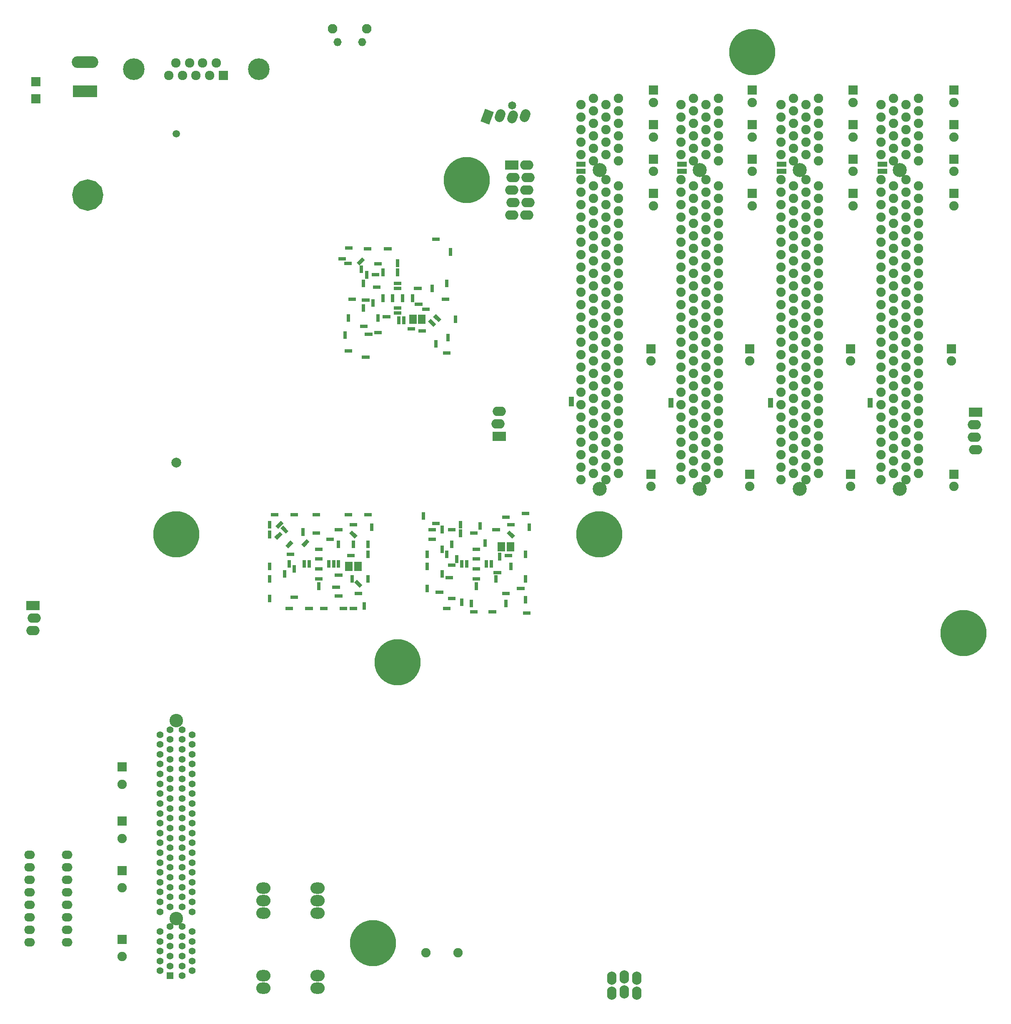
<source format=gbs>
G04 #@! TF.FileFunction,Soldermask,Bot*
%FSLAX46Y46*%
G04 Gerber Fmt 4.6, Leading zero omitted, Abs format (unit mm)*
G04 Created by KiCad (PCBNEW (2016-09-03 BZR 7112, Git 24f6c4b)-product) date Mon Sep  5 18:10:30 2016*
%MOMM*%
%LPD*%
G01*
G04 APERTURE LIST*
%ADD10C,0.100000*%
%ADD11R,1.900000X1.900000*%
%ADD12C,2.000000*%
%ADD13C,1.500000*%
%ADD14R,2.686000X1.924000*%
%ADD15O,2.686000X1.924000*%
%ADD16O,1.924000X2.686000*%
%ADD17C,1.924000*%
%ADD18C,1.650000*%
%ADD19O,2.178000X1.700000*%
%ADD20C,2.750000*%
%ADD21C,1.400000*%
%ADD22R,1.400000X1.400000*%
%ADD23R,4.900000X2.400000*%
%ADD24O,5.400000X2.400000*%
%ADD25O,1.950000X1.950000*%
%ADD26O,1.650000X1.650000*%
%ADD27C,2.851100*%
%ADD28C,1.901140*%
%ADD29C,1.900000*%
%ADD30R,1.000000X1.050000*%
%ADD31R,1.050000X1.000000*%
%ADD32C,9.400000*%
%ADD33O,2.900000X2.300000*%
%ADD34C,4.400000*%
%ADD35R,1.924000X1.924000*%
%ADD36C,1.924000*%
%ADD37R,0.800000X0.850000*%
%ADD38R,0.850000X0.800000*%
%ADD39R,1.550000X1.850000*%
%ADD40C,0.254000*%
G04 APERTURE END LIST*
D10*
D11*
X4500000Y-15500060D03*
X4500000Y-11999940D03*
D12*
X33000000Y-89400000D03*
D13*
X33000000Y-22600000D03*
D14*
X98627000Y-84040000D03*
D15*
X98373000Y-81500000D03*
X98627000Y-78960000D03*
D16*
X121460000Y-197151000D03*
X124000000Y-196897000D03*
X126540000Y-197151000D03*
X121460000Y-194103000D03*
X124000000Y-193849000D03*
X126540000Y-194103000D03*
D14*
X195377000Y-79190000D03*
D15*
X195123000Y-81730000D03*
X195123000Y-84270000D03*
X195377000Y-86810000D03*
D14*
X3873000Y-118460000D03*
D15*
X4127000Y-121000000D03*
X3873000Y-123540000D03*
D10*
G36*
X94826683Y-20059984D02*
X95745349Y-17535969D01*
X97553317Y-18194016D01*
X96634651Y-20718031D01*
X94826683Y-20059984D01*
X94826683Y-20059984D01*
G37*
D17*
X98860310Y-18514977D02*
X98599690Y-19231023D01*
X101400310Y-18768977D02*
X101139690Y-19485023D01*
X103940310Y-18514977D02*
X103679690Y-19231023D01*
D18*
X101270000Y-16840000D03*
D14*
X101222000Y-28920000D03*
D15*
X101476000Y-31460000D03*
X101222000Y-34000000D03*
X101476000Y-36540000D03*
X101222000Y-39080000D03*
X104270000Y-28920000D03*
X104524000Y-31460000D03*
X104270000Y-34000000D03*
X104524000Y-36540000D03*
X104270000Y-39080000D03*
D19*
X3190000Y-169110000D03*
X3190000Y-171650000D03*
X3190000Y-174190000D03*
X3190000Y-176730000D03*
X3190000Y-179270000D03*
X3190000Y-181810000D03*
X3190000Y-184350000D03*
X3190000Y-186890000D03*
X10810000Y-186890000D03*
X10810000Y-184350000D03*
X10810000Y-181810000D03*
X10810000Y-179270000D03*
X10810000Y-176730000D03*
X10810000Y-174190000D03*
X10810000Y-171650000D03*
X10810000Y-169110000D03*
D20*
X33000000Y-182000000D03*
D21*
X34250000Y-193650000D03*
X36250000Y-192650000D03*
X34250000Y-191650000D03*
X36250000Y-190650000D03*
X34250000Y-189650000D03*
X36250000Y-188650000D03*
X34250000Y-187650000D03*
X36250000Y-186650000D03*
X34250000Y-185650000D03*
X36250000Y-184650000D03*
X34250000Y-183650000D03*
D22*
X31750000Y-193650000D03*
D21*
X29750000Y-192650000D03*
X31750000Y-191650000D03*
X29750000Y-190650000D03*
X31750000Y-189650000D03*
X29750000Y-188650000D03*
X31750000Y-187650000D03*
X29750000Y-186650000D03*
X31750000Y-185650000D03*
X29750000Y-184650000D03*
X31750000Y-183650000D03*
X36250000Y-180650000D03*
X34250000Y-179650000D03*
X36250000Y-178650000D03*
X34250000Y-177650000D03*
X36250000Y-176650000D03*
X34250000Y-175650000D03*
X36250000Y-174650000D03*
X34250000Y-173650000D03*
X36250000Y-172650000D03*
X34250000Y-171650000D03*
X36250000Y-170650000D03*
X34250000Y-169650000D03*
X36250000Y-168650000D03*
X34250000Y-167650000D03*
X36250000Y-166650000D03*
X34250000Y-165650000D03*
X36250000Y-164650000D03*
X34250000Y-163650000D03*
X36250000Y-162650000D03*
X34250000Y-161650000D03*
X36250000Y-160650000D03*
X34250000Y-159650000D03*
X36250000Y-158650000D03*
X34250000Y-157650000D03*
X36250000Y-156650000D03*
X34250000Y-155650000D03*
X36250000Y-154650000D03*
X34250000Y-153650000D03*
X36250000Y-152650000D03*
X34250000Y-151650000D03*
X36250000Y-150650000D03*
X34250000Y-149650000D03*
X36250000Y-148650000D03*
X34250000Y-147650000D03*
X36250000Y-146650000D03*
X34250000Y-145650000D03*
X36250000Y-144650000D03*
X34250000Y-143650000D03*
X29750000Y-180650000D03*
X31750000Y-179650000D03*
X29750000Y-178650000D03*
X31750000Y-177650000D03*
X29750000Y-176650000D03*
X31750000Y-175650000D03*
X29750000Y-174650000D03*
X31750000Y-173650000D03*
X29750000Y-172650000D03*
X31750000Y-171650000D03*
X29750000Y-170650000D03*
X31750000Y-169650000D03*
X29750000Y-168650000D03*
X31750000Y-167650000D03*
X29750000Y-166650000D03*
X31750000Y-165650000D03*
X29750000Y-164650000D03*
X31750000Y-163650000D03*
X29750000Y-162650000D03*
X31750000Y-161650000D03*
X29750000Y-160650000D03*
X31750000Y-159650000D03*
X29750000Y-158650000D03*
X31750000Y-157650000D03*
X29750000Y-156650000D03*
X31750000Y-155650000D03*
X29750000Y-154650000D03*
X31750000Y-153650000D03*
X29750000Y-152650000D03*
X31750000Y-151650000D03*
X29750000Y-150650000D03*
X31750000Y-149650000D03*
X29750000Y-148650000D03*
X31750000Y-147650000D03*
X29750000Y-146650000D03*
X31750000Y-145650000D03*
X29750000Y-144650000D03*
X31750000Y-143650000D03*
D20*
X33000000Y-141850000D03*
D23*
X14500000Y-14000000D03*
D24*
X14500000Y-8000000D03*
D25*
X71750000Y-1300000D03*
X64750000Y-1300000D03*
D26*
X70750000Y-4000000D03*
X65750000Y-4000000D03*
D27*
X180000000Y-30000000D03*
D28*
X176190000Y-92865000D03*
X181270000Y-92865000D03*
D27*
X180000000Y-94770000D03*
D28*
X178730000Y-91595000D03*
X183810000Y-91595000D03*
X176190000Y-90325000D03*
X176190000Y-87785000D03*
X176190000Y-85245000D03*
X176190000Y-82705000D03*
X176190000Y-80165000D03*
X176190000Y-77625000D03*
X176190000Y-75085000D03*
X176190000Y-72545000D03*
X176190000Y-70005000D03*
X176190000Y-67465000D03*
X176190000Y-64925000D03*
X176190000Y-62385000D03*
X176190000Y-59845000D03*
X176190000Y-57305000D03*
X176190000Y-54765000D03*
X178730000Y-89055000D03*
X178730000Y-86515000D03*
X178730000Y-83975000D03*
X178730000Y-81435000D03*
X178730000Y-78895000D03*
X178730000Y-76355000D03*
X178730000Y-73815000D03*
X178730000Y-71275000D03*
X178730000Y-68735000D03*
X178730000Y-66195000D03*
X178730000Y-63655000D03*
X178730000Y-61115000D03*
X178730000Y-58575000D03*
X178730000Y-56035000D03*
X178730000Y-53495000D03*
X176190000Y-52225000D03*
X178730000Y-50955000D03*
X176190000Y-49685000D03*
X178730000Y-48415000D03*
X176190000Y-47145000D03*
X178730000Y-45875000D03*
X176190000Y-44605000D03*
X178730000Y-43335000D03*
X176190000Y-42065000D03*
X178730000Y-40795000D03*
X176190000Y-39525000D03*
X178730000Y-38255000D03*
X176190000Y-36985000D03*
X178730000Y-35715000D03*
X176190000Y-34445000D03*
X178730000Y-33175000D03*
X176190000Y-31905000D03*
X178730000Y-28095000D03*
X176190000Y-26825000D03*
X178730000Y-25555000D03*
X176190000Y-24285000D03*
X178730000Y-23015000D03*
X176190000Y-21745000D03*
X178730000Y-20475000D03*
X176190000Y-19205000D03*
X178730000Y-17935000D03*
X176190000Y-16665000D03*
X178730000Y-15395000D03*
X181270000Y-90325000D03*
X183810000Y-89055000D03*
X181270000Y-87785000D03*
X183810000Y-86515000D03*
X181270000Y-85245000D03*
X183810000Y-83975000D03*
X181270000Y-82705000D03*
X183810000Y-81435000D03*
X181270000Y-80165000D03*
X183810000Y-78895000D03*
X181270000Y-77625000D03*
X183810000Y-76355000D03*
X181270000Y-75085000D03*
X183810000Y-73815000D03*
X181270000Y-72545000D03*
X183810000Y-71275000D03*
X181270000Y-70005000D03*
X183810000Y-68735000D03*
X181270000Y-67465000D03*
X183810000Y-66195000D03*
X181270000Y-64925000D03*
X183810000Y-63655000D03*
X181270000Y-62385000D03*
X183810000Y-61115000D03*
X181270000Y-59845000D03*
X183810000Y-58575000D03*
X181270000Y-57305000D03*
X183810000Y-56035000D03*
X181270000Y-54765000D03*
X183810000Y-53495000D03*
X181270000Y-52225000D03*
X183810000Y-50955000D03*
X181270000Y-49685000D03*
X183810000Y-48415000D03*
X181270000Y-47145000D03*
X183810000Y-45875000D03*
X181270000Y-44605000D03*
X183810000Y-43335000D03*
X181270000Y-42065000D03*
X183810000Y-40795000D03*
X181270000Y-39525000D03*
X183810000Y-38255000D03*
X181270000Y-36985000D03*
X183810000Y-35715000D03*
X181270000Y-34445000D03*
X183810000Y-33175000D03*
X181270000Y-31905000D03*
X183810000Y-28095000D03*
X181270000Y-26825000D03*
X183810000Y-25555000D03*
X181270000Y-24285000D03*
X183810000Y-23015000D03*
X181270000Y-21745000D03*
X183810000Y-20475000D03*
X181270000Y-19205000D03*
X183810000Y-17935000D03*
X181270000Y-16665000D03*
X183810000Y-15395000D03*
D27*
X159680000Y-30000000D03*
D28*
X155870000Y-92865000D03*
X160950000Y-92865000D03*
D27*
X159680000Y-94770000D03*
D28*
X158410000Y-91595000D03*
X163490000Y-91595000D03*
X155870000Y-90325000D03*
X155870000Y-87785000D03*
X155870000Y-85245000D03*
X155870000Y-82705000D03*
X155870000Y-80165000D03*
X155870000Y-77625000D03*
X155870000Y-75085000D03*
X155870000Y-72545000D03*
X155870000Y-70005000D03*
X155870000Y-67465000D03*
X155870000Y-64925000D03*
X155870000Y-62385000D03*
X155870000Y-59845000D03*
X155870000Y-57305000D03*
X155870000Y-54765000D03*
X158410000Y-89055000D03*
X158410000Y-86515000D03*
X158410000Y-83975000D03*
X158410000Y-81435000D03*
X158410000Y-78895000D03*
X158410000Y-76355000D03*
X158410000Y-73815000D03*
X158410000Y-71275000D03*
X158410000Y-68735000D03*
X158410000Y-66195000D03*
X158410000Y-63655000D03*
X158410000Y-61115000D03*
X158410000Y-58575000D03*
X158410000Y-56035000D03*
X158410000Y-53495000D03*
X155870000Y-52225000D03*
X158410000Y-50955000D03*
X155870000Y-49685000D03*
X158410000Y-48415000D03*
X155870000Y-47145000D03*
X158410000Y-45875000D03*
X155870000Y-44605000D03*
X158410000Y-43335000D03*
X155870000Y-42065000D03*
X158410000Y-40795000D03*
X155870000Y-39525000D03*
X158410000Y-38255000D03*
X155870000Y-36985000D03*
X158410000Y-35715000D03*
X155870000Y-34445000D03*
X158410000Y-33175000D03*
X155870000Y-31905000D03*
X158410000Y-28095000D03*
X155870000Y-26825000D03*
X158410000Y-25555000D03*
X155870000Y-24285000D03*
X158410000Y-23015000D03*
X155870000Y-21745000D03*
X158410000Y-20475000D03*
X155870000Y-19205000D03*
X158410000Y-17935000D03*
X155870000Y-16665000D03*
X158410000Y-15395000D03*
X160950000Y-90325000D03*
X163490000Y-89055000D03*
X160950000Y-87785000D03*
X163490000Y-86515000D03*
X160950000Y-85245000D03*
X163490000Y-83975000D03*
X160950000Y-82705000D03*
X163490000Y-81435000D03*
X160950000Y-80165000D03*
X163490000Y-78895000D03*
X160950000Y-77625000D03*
X163490000Y-76355000D03*
X160950000Y-75085000D03*
X163490000Y-73815000D03*
X160950000Y-72545000D03*
X163490000Y-71275000D03*
X160950000Y-70005000D03*
X163490000Y-68735000D03*
X160950000Y-67465000D03*
X163490000Y-66195000D03*
X160950000Y-64925000D03*
X163490000Y-63655000D03*
X160950000Y-62385000D03*
X163490000Y-61115000D03*
X160950000Y-59845000D03*
X163490000Y-58575000D03*
X160950000Y-57305000D03*
X163490000Y-56035000D03*
X160950000Y-54765000D03*
X163490000Y-53495000D03*
X160950000Y-52225000D03*
X163490000Y-50955000D03*
X160950000Y-49685000D03*
X163490000Y-48415000D03*
X160950000Y-47145000D03*
X163490000Y-45875000D03*
X160950000Y-44605000D03*
X163490000Y-43335000D03*
X160950000Y-42065000D03*
X163490000Y-40795000D03*
X160950000Y-39525000D03*
X163490000Y-38255000D03*
X160950000Y-36985000D03*
X163490000Y-35715000D03*
X160950000Y-34445000D03*
X163490000Y-33175000D03*
X160950000Y-31905000D03*
X163490000Y-28095000D03*
X160950000Y-26825000D03*
X163490000Y-25555000D03*
X160950000Y-24285000D03*
X163490000Y-23015000D03*
X160950000Y-21745000D03*
X163490000Y-20475000D03*
X160950000Y-19205000D03*
X163490000Y-17935000D03*
X160950000Y-16665000D03*
X163490000Y-15395000D03*
D27*
X139360000Y-30000000D03*
D28*
X135550000Y-92865000D03*
X140630000Y-92865000D03*
D27*
X139360000Y-94770000D03*
D28*
X138090000Y-91595000D03*
X143170000Y-91595000D03*
X135550000Y-90325000D03*
X135550000Y-87785000D03*
X135550000Y-85245000D03*
X135550000Y-82705000D03*
X135550000Y-80165000D03*
X135550000Y-77625000D03*
X135550000Y-75085000D03*
X135550000Y-72545000D03*
X135550000Y-70005000D03*
X135550000Y-67465000D03*
X135550000Y-64925000D03*
X135550000Y-62385000D03*
X135550000Y-59845000D03*
X135550000Y-57305000D03*
X135550000Y-54765000D03*
X138090000Y-89055000D03*
X138090000Y-86515000D03*
X138090000Y-83975000D03*
X138090000Y-81435000D03*
X138090000Y-78895000D03*
X138090000Y-76355000D03*
X138090000Y-73815000D03*
X138090000Y-71275000D03*
X138090000Y-68735000D03*
X138090000Y-66195000D03*
X138090000Y-63655000D03*
X138090000Y-61115000D03*
X138090000Y-58575000D03*
X138090000Y-56035000D03*
X138090000Y-53495000D03*
X135550000Y-52225000D03*
X138090000Y-50955000D03*
X135550000Y-49685000D03*
X138090000Y-48415000D03*
X135550000Y-47145000D03*
X138090000Y-45875000D03*
X135550000Y-44605000D03*
X138090000Y-43335000D03*
X135550000Y-42065000D03*
X138090000Y-40795000D03*
X135550000Y-39525000D03*
X138090000Y-38255000D03*
X135550000Y-36985000D03*
X138090000Y-35715000D03*
X135550000Y-34445000D03*
X138090000Y-33175000D03*
X135550000Y-31905000D03*
X138090000Y-28095000D03*
X135550000Y-26825000D03*
X138090000Y-25555000D03*
X135550000Y-24285000D03*
X138090000Y-23015000D03*
X135550000Y-21745000D03*
X138090000Y-20475000D03*
X135550000Y-19205000D03*
X138090000Y-17935000D03*
X135550000Y-16665000D03*
X138090000Y-15395000D03*
X140630000Y-90325000D03*
X143170000Y-89055000D03*
X140630000Y-87785000D03*
X143170000Y-86515000D03*
X140630000Y-85245000D03*
X143170000Y-83975000D03*
X140630000Y-82705000D03*
X143170000Y-81435000D03*
X140630000Y-80165000D03*
X143170000Y-78895000D03*
X140630000Y-77625000D03*
X143170000Y-76355000D03*
X140630000Y-75085000D03*
X143170000Y-73815000D03*
X140630000Y-72545000D03*
X143170000Y-71275000D03*
X140630000Y-70005000D03*
X143170000Y-68735000D03*
X140630000Y-67465000D03*
X143170000Y-66195000D03*
X140630000Y-64925000D03*
X143170000Y-63655000D03*
X140630000Y-62385000D03*
X143170000Y-61115000D03*
X140630000Y-59845000D03*
X143170000Y-58575000D03*
X140630000Y-57305000D03*
X143170000Y-56035000D03*
X140630000Y-54765000D03*
X143170000Y-53495000D03*
X140630000Y-52225000D03*
X143170000Y-50955000D03*
X140630000Y-49685000D03*
X143170000Y-48415000D03*
X140630000Y-47145000D03*
X143170000Y-45875000D03*
X140630000Y-44605000D03*
X143170000Y-43335000D03*
X140630000Y-42065000D03*
X143170000Y-40795000D03*
X140630000Y-39525000D03*
X143170000Y-38255000D03*
X140630000Y-36985000D03*
X143170000Y-35715000D03*
X140630000Y-34445000D03*
X143170000Y-33175000D03*
X140630000Y-31905000D03*
X143170000Y-28095000D03*
X140630000Y-26825000D03*
X143170000Y-25555000D03*
X140630000Y-24285000D03*
X143170000Y-23015000D03*
X140630000Y-21745000D03*
X143170000Y-20475000D03*
X140630000Y-19205000D03*
X143170000Y-17935000D03*
X140630000Y-16665000D03*
X143170000Y-15395000D03*
D27*
X119040000Y-30000000D03*
D28*
X115230000Y-92865000D03*
X120310000Y-92865000D03*
D27*
X119040000Y-94770000D03*
D28*
X117770000Y-91595000D03*
X122850000Y-91595000D03*
X115230000Y-90325000D03*
X115230000Y-87785000D03*
X115230000Y-85245000D03*
X115230000Y-82705000D03*
X115230000Y-80165000D03*
X115230000Y-77625000D03*
X115230000Y-75085000D03*
X115230000Y-72545000D03*
X115230000Y-70005000D03*
X115230000Y-67465000D03*
X115230000Y-64925000D03*
X115230000Y-62385000D03*
X115230000Y-59845000D03*
X115230000Y-57305000D03*
X115230000Y-54765000D03*
X117770000Y-89055000D03*
X117770000Y-86515000D03*
X117770000Y-83975000D03*
X117770000Y-81435000D03*
X117770000Y-78895000D03*
X117770000Y-76355000D03*
X117770000Y-73815000D03*
X117770000Y-71275000D03*
X117770000Y-68735000D03*
X117770000Y-66195000D03*
X117770000Y-63655000D03*
X117770000Y-61115000D03*
X117770000Y-58575000D03*
X117770000Y-56035000D03*
X117770000Y-53495000D03*
X115230000Y-52225000D03*
X117770000Y-50955000D03*
X115230000Y-49685000D03*
X117770000Y-48415000D03*
X115230000Y-47145000D03*
X117770000Y-45875000D03*
X115230000Y-44605000D03*
X117770000Y-43335000D03*
X115230000Y-42065000D03*
X117770000Y-40795000D03*
X115230000Y-39525000D03*
X117770000Y-38255000D03*
X115230000Y-36985000D03*
X117770000Y-35715000D03*
X115230000Y-34445000D03*
X117770000Y-33175000D03*
X115230000Y-31905000D03*
X117770000Y-28095000D03*
X115230000Y-26825000D03*
X117770000Y-25555000D03*
X115230000Y-24285000D03*
X117770000Y-23015000D03*
X115230000Y-21745000D03*
X117770000Y-20475000D03*
X115230000Y-19205000D03*
X117770000Y-17935000D03*
X115230000Y-16665000D03*
X117770000Y-15395000D03*
X120310000Y-90325000D03*
X122850000Y-89055000D03*
X120310000Y-87785000D03*
X122850000Y-86515000D03*
X120310000Y-85245000D03*
X122850000Y-83975000D03*
X120310000Y-82705000D03*
X122850000Y-81435000D03*
X120310000Y-80165000D03*
X122850000Y-78895000D03*
X120310000Y-77625000D03*
X122850000Y-76355000D03*
X120310000Y-75085000D03*
X122850000Y-73815000D03*
X120310000Y-72545000D03*
X122850000Y-71275000D03*
X120310000Y-70005000D03*
X122850000Y-68735000D03*
X120310000Y-67465000D03*
X122850000Y-66195000D03*
X120310000Y-64925000D03*
X122850000Y-63655000D03*
X120310000Y-62385000D03*
X122850000Y-61115000D03*
X120310000Y-59845000D03*
X122850000Y-58575000D03*
X120310000Y-57305000D03*
X122850000Y-56035000D03*
X120310000Y-54765000D03*
X122850000Y-53495000D03*
X120310000Y-52225000D03*
X122850000Y-50955000D03*
X120310000Y-49685000D03*
X122850000Y-48415000D03*
X120310000Y-47145000D03*
X122850000Y-45875000D03*
X120310000Y-44605000D03*
X122850000Y-43335000D03*
X120310000Y-42065000D03*
X122850000Y-40795000D03*
X120310000Y-39525000D03*
X122850000Y-38255000D03*
X120310000Y-36985000D03*
X122850000Y-35715000D03*
X120310000Y-34445000D03*
X122850000Y-33175000D03*
X120310000Y-31905000D03*
X122850000Y-28095000D03*
X120310000Y-26825000D03*
X122850000Y-25555000D03*
X120310000Y-24285000D03*
X122850000Y-23015000D03*
X120310000Y-21745000D03*
X122850000Y-20475000D03*
X120310000Y-19205000D03*
X122850000Y-17935000D03*
X120310000Y-16665000D03*
X122850000Y-15395000D03*
D11*
X150000000Y-27750320D03*
D29*
X150000000Y-30249680D03*
D11*
X191000000Y-27750320D03*
D29*
X191000000Y-30249680D03*
D11*
X191000000Y-20750320D03*
D29*
X191000000Y-23249680D03*
D11*
X170000000Y-66250320D03*
D29*
X170000000Y-68749680D03*
D11*
X170500000Y-34750320D03*
D29*
X170500000Y-37249680D03*
D11*
X170500000Y-27750320D03*
D29*
X170500000Y-30249680D03*
D11*
X170500000Y-20750320D03*
D29*
X170500000Y-23249680D03*
D11*
X149500000Y-66250320D03*
D29*
X149500000Y-68749680D03*
D11*
X150000000Y-34750320D03*
D29*
X150000000Y-37249680D03*
D11*
X150000000Y-20750320D03*
D29*
X150000000Y-23249680D03*
D11*
X129500000Y-66250320D03*
D29*
X129500000Y-68749680D03*
D11*
X130000000Y-34750320D03*
D29*
X130000000Y-37249680D03*
D11*
X130000000Y-27750320D03*
D29*
X130000000Y-30249680D03*
D11*
X130000000Y-20750320D03*
D29*
X130000000Y-23249680D03*
D11*
X190500000Y-66250320D03*
D29*
X190500000Y-68749680D03*
D11*
X130000000Y-13750320D03*
D29*
X130000000Y-16249680D03*
D11*
X150000000Y-13750320D03*
D29*
X150000000Y-16249680D03*
D11*
X170500000Y-13750320D03*
D29*
X170500000Y-16249680D03*
D11*
X191000000Y-34750320D03*
D29*
X191000000Y-37249680D03*
D11*
X191000000Y-13750320D03*
D29*
X191000000Y-16249680D03*
D30*
X174000000Y-76800000D03*
X174000000Y-77700000D03*
X153750000Y-76800000D03*
X153750000Y-77700000D03*
X113250000Y-76550000D03*
X113250000Y-77450000D03*
D31*
X176950000Y-30250000D03*
X176050000Y-30250000D03*
X176950000Y-28750000D03*
X176050000Y-28750000D03*
X156450000Y-30250000D03*
X155550000Y-30250000D03*
X156450000Y-28750000D03*
X155550000Y-28750000D03*
X136200000Y-30250000D03*
X135300000Y-30250000D03*
X136200000Y-28750000D03*
X135300000Y-28750000D03*
X115700000Y-30250000D03*
X114800000Y-30250000D03*
X115700000Y-28750000D03*
X114800000Y-28750000D03*
D30*
X133500000Y-76800000D03*
X133500000Y-77700000D03*
D11*
X191000000Y-91750320D03*
D29*
X191000000Y-94249680D03*
D11*
X170000000Y-91750320D03*
D29*
X170000000Y-94249680D03*
D11*
X149500000Y-91750320D03*
D29*
X149500000Y-94249680D03*
D11*
X129500000Y-91750320D03*
D29*
X129500000Y-94249680D03*
D11*
X22000000Y-162249940D03*
D29*
X22000000Y-165750060D03*
D11*
X22000000Y-151249940D03*
D29*
X22000000Y-154750060D03*
D11*
X22000000Y-186249940D03*
D29*
X22000000Y-189750060D03*
D11*
X22000000Y-172249940D03*
D29*
X22000000Y-175750060D03*
D32*
X119000000Y-104000000D03*
D21*
X122000000Y-104000000D03*
X120500000Y-106600000D03*
X117500000Y-106600000D03*
X116000000Y-104000000D03*
X117500000Y-101400000D03*
X120500000Y-101400000D03*
D32*
X78000000Y-130000000D03*
D21*
X81000000Y-130000000D03*
X79500000Y-132600000D03*
X76500000Y-132600000D03*
X75000000Y-130000000D03*
X76500000Y-127400000D03*
X79500000Y-127400000D03*
D32*
X33000000Y-104000000D03*
D21*
X36000000Y-104000000D03*
X34500000Y-106600000D03*
X31500000Y-106600000D03*
X30000000Y-104000000D03*
X31500000Y-101400000D03*
X34500000Y-101400000D03*
D32*
X92000000Y-32000000D03*
D21*
X95000000Y-32000000D03*
X93500000Y-34600000D03*
X90500000Y-34600000D03*
X89000000Y-32000000D03*
X90500000Y-29400000D03*
X93500000Y-29400000D03*
D33*
X61700000Y-196160000D03*
X61700000Y-193620000D03*
X61700000Y-180920000D03*
X61700000Y-178380000D03*
X61700000Y-175840000D03*
X50700000Y-196160000D03*
X50700000Y-193620000D03*
X50700000Y-180920000D03*
X50700000Y-178380000D03*
X50700000Y-175840000D03*
D34*
X49827000Y-9500000D03*
X24427000Y-9500000D03*
D35*
X42588000Y-10770000D03*
D36*
X39794000Y-10770000D03*
X37000000Y-10770000D03*
X34333000Y-10770000D03*
X31539000Y-10770000D03*
X32936000Y-8230000D03*
X35730000Y-8230000D03*
X38397000Y-8230000D03*
X41191000Y-8230000D03*
D32*
X150000000Y-6000000D03*
D21*
X153000000Y-6000000D03*
X151500000Y-8600000D03*
X148500000Y-8600000D03*
X147000000Y-6000000D03*
X148500000Y-3400000D03*
X151500000Y-3400000D03*
D32*
X193000000Y-124000000D03*
D21*
X196000000Y-124000000D03*
X194500000Y-126600000D03*
X191500000Y-126600000D03*
X190000000Y-124000000D03*
X191500000Y-121400000D03*
X194500000Y-121400000D03*
D32*
X73000000Y-187000000D03*
D21*
X76000000Y-187000000D03*
X74500000Y-189600000D03*
X71500000Y-189600000D03*
X70000000Y-187000000D03*
X71500000Y-184400000D03*
X74500000Y-184400000D03*
D37*
X78000000Y-48550000D03*
X78000000Y-49250000D03*
D38*
X67100000Y-48000000D03*
X66400000Y-48000000D03*
D37*
X71000000Y-52650000D03*
X71000000Y-53350000D03*
X67300000Y-63150000D03*
X67300000Y-63850000D03*
X79250000Y-60150000D03*
X79250000Y-60850000D03*
X85750000Y-64900000D03*
X85750000Y-65600000D03*
D38*
X82650000Y-62650000D03*
X83350000Y-62650000D03*
D37*
X88250000Y-63650000D03*
X88250000Y-64350000D03*
X88700000Y-46950000D03*
X88700000Y-46250000D03*
X71000000Y-57650000D03*
X71000000Y-58350000D03*
D38*
X85400000Y-44000000D03*
X86100000Y-44000000D03*
D37*
X88000000Y-53350000D03*
X88000000Y-52650000D03*
D38*
X75650000Y-46000000D03*
X76350000Y-46000000D03*
X87650000Y-67100000D03*
X88350000Y-67100000D03*
X71150000Y-56400000D03*
X71850000Y-56400000D03*
X67550000Y-48900000D03*
X68250000Y-48900000D03*
D37*
X77000000Y-55650000D03*
X77000000Y-56350000D03*
D38*
X78350000Y-54000000D03*
X77650000Y-54000000D03*
X78350000Y-59000000D03*
X77650000Y-59000000D03*
X77650000Y-53000000D03*
X78350000Y-53000000D03*
D37*
X79000000Y-56350000D03*
X79000000Y-55650000D03*
D38*
X77650000Y-58000000D03*
X78350000Y-58000000D03*
D37*
X75000000Y-55650000D03*
X75000000Y-56350000D03*
X81000000Y-56350000D03*
X81000000Y-55650000D03*
X71750000Y-51600000D03*
X71750000Y-50900000D03*
D38*
X74100000Y-53750000D03*
X73400000Y-53750000D03*
D10*
G36*
X70234835Y-49330850D02*
X69669150Y-48765165D01*
X70270191Y-48164124D01*
X70835876Y-48729809D01*
X70234835Y-49330850D01*
X70234835Y-49330850D01*
G37*
G36*
X70729809Y-48835876D02*
X70164124Y-48270191D01*
X70765165Y-47669150D01*
X71330850Y-48234835D01*
X70729809Y-48835876D01*
X70729809Y-48835876D01*
G37*
D38*
X73650000Y-63000000D03*
X74350000Y-63000000D03*
X69100000Y-56250000D03*
X68400000Y-56250000D03*
X71150000Y-68000000D03*
X71850000Y-68000000D03*
X67750000Y-45800000D03*
X68450000Y-45800000D03*
X81100000Y-62250000D03*
X80400000Y-62250000D03*
D37*
X68000000Y-59650000D03*
X68000000Y-60350000D03*
X73000000Y-56650000D03*
X73000000Y-57350000D03*
D38*
X70750000Y-61750000D03*
X71450000Y-61750000D03*
X71550000Y-46000000D03*
X72250000Y-46000000D03*
X72450000Y-63300000D03*
X71750000Y-63300000D03*
D37*
X78000000Y-50400000D03*
X78000000Y-51100000D03*
D38*
X73650000Y-49000000D03*
X74350000Y-49000000D03*
X67650000Y-66750000D03*
X68350000Y-66750000D03*
X75400000Y-59750000D03*
X76100000Y-59750000D03*
D37*
X74000000Y-60350000D03*
X74000000Y-59650000D03*
D38*
X84100000Y-58250000D03*
X83400000Y-58250000D03*
X73850000Y-51250000D03*
X73150000Y-51250000D03*
X87400000Y-56250000D03*
X88100000Y-56250000D03*
D37*
X70575000Y-49750000D03*
X70575000Y-50450000D03*
X85000000Y-53650000D03*
X85000000Y-54350000D03*
D10*
G36*
X86830850Y-60265165D02*
X86265165Y-60830850D01*
X85664124Y-60229809D01*
X86229809Y-59664124D01*
X86830850Y-60265165D01*
X86830850Y-60265165D01*
G37*
G36*
X86335876Y-59770191D02*
X85770191Y-60335876D01*
X85169150Y-59734835D01*
X85734835Y-59169150D01*
X86335876Y-59770191D01*
X86335876Y-59770191D01*
G37*
G36*
X84169150Y-60734835D02*
X84734835Y-60169150D01*
X85335876Y-60770191D01*
X84770191Y-61335876D01*
X84169150Y-60734835D01*
X84169150Y-60734835D01*
G37*
G36*
X84664124Y-61229809D02*
X85229809Y-60664124D01*
X85830850Y-61265165D01*
X85265165Y-61830850D01*
X84664124Y-61229809D01*
X84664124Y-61229809D01*
G37*
D37*
X89750000Y-59900000D03*
X89750000Y-60600000D03*
D38*
X81900000Y-57250000D03*
X82600000Y-57250000D03*
X81750000Y-54000000D03*
X82450000Y-54000000D03*
X61650000Y-109000000D03*
X62350000Y-109000000D03*
X61650000Y-107000000D03*
X62350000Y-107000000D03*
X62350000Y-111000000D03*
X61650000Y-111000000D03*
X62350000Y-113000000D03*
X61650000Y-113000000D03*
D37*
X64000000Y-109650000D03*
X64000000Y-110350000D03*
X60000000Y-110350000D03*
X60000000Y-109650000D03*
X65000000Y-110350000D03*
X65000000Y-109650000D03*
X59000000Y-109650000D03*
X59000000Y-110350000D03*
X91000000Y-109650000D03*
X91000000Y-110350000D03*
X92000000Y-110350000D03*
X92000000Y-109650000D03*
D38*
X94350000Y-113000000D03*
X93650000Y-113000000D03*
D37*
X97000000Y-110350000D03*
X97000000Y-109650000D03*
D38*
X94350000Y-111000000D03*
X93650000Y-111000000D03*
D37*
X96000000Y-109650000D03*
X96000000Y-110350000D03*
D38*
X93650000Y-107000000D03*
X94350000Y-107000000D03*
X93650000Y-109000000D03*
X94350000Y-109000000D03*
X93850000Y-103750000D03*
X93150000Y-103750000D03*
X52650000Y-100000000D03*
X53350000Y-100000000D03*
D10*
G36*
X101830850Y-104265165D02*
X101265165Y-104830850D01*
X100664124Y-104229809D01*
X101229809Y-103664124D01*
X101830850Y-104265165D01*
X101830850Y-104265165D01*
G37*
G36*
X101335876Y-103770191D02*
X100770191Y-104335876D01*
X100169150Y-103734835D01*
X100734835Y-103169150D01*
X101335876Y-103770191D01*
X101335876Y-103770191D01*
G37*
D38*
X98350000Y-103000000D03*
X97650000Y-103000000D03*
D37*
X95750000Y-106100000D03*
X95750000Y-105400000D03*
D38*
X100350000Y-100500000D03*
X99650000Y-100500000D03*
D10*
G36*
X69830850Y-104265165D02*
X69265165Y-104830850D01*
X68664124Y-104229809D01*
X69229809Y-103664124D01*
X69830850Y-104265165D01*
X69830850Y-104265165D01*
G37*
G36*
X69335876Y-103770191D02*
X68770191Y-104335876D01*
X68169150Y-103734835D01*
X68734835Y-103169150D01*
X69335876Y-103770191D01*
X69335876Y-103770191D01*
G37*
D37*
X90750000Y-102350000D03*
X90750000Y-101650000D03*
X94750000Y-102600000D03*
X94750000Y-101900000D03*
D38*
X69350000Y-102000000D03*
X68650000Y-102000000D03*
X89350000Y-103000000D03*
X88650000Y-103000000D03*
X68350000Y-100000000D03*
X67650000Y-100000000D03*
X104350000Y-99750000D03*
X103650000Y-99750000D03*
X85400000Y-101750000D03*
X86100000Y-101750000D03*
X66350000Y-103000000D03*
X65650000Y-103000000D03*
X61150000Y-100000000D03*
X61850000Y-100000000D03*
X101350000Y-102000000D03*
X100650000Y-102000000D03*
X64600000Y-105000000D03*
X63900000Y-105000000D03*
X72350000Y-100000000D03*
X71650000Y-100000000D03*
X61850000Y-103750000D03*
X61150000Y-103750000D03*
X56650000Y-100000000D03*
X57350000Y-100000000D03*
D10*
G36*
X54169150Y-102734835D02*
X54734835Y-102169150D01*
X55335876Y-102770191D01*
X54770191Y-103335876D01*
X54169150Y-102734835D01*
X54169150Y-102734835D01*
G37*
G36*
X54664124Y-103229809D02*
X55229809Y-102664124D01*
X55830850Y-103265165D01*
X55265165Y-103830850D01*
X54664124Y-103229809D01*
X54664124Y-103229809D01*
G37*
D37*
X90750000Y-103400000D03*
X90750000Y-104100000D03*
X88000000Y-107650000D03*
X88000000Y-108350000D03*
X90000000Y-109350000D03*
X90000000Y-108650000D03*
X84000000Y-107650000D03*
X84000000Y-108350000D03*
D38*
X88150000Y-112750000D03*
X88850000Y-112750000D03*
D37*
X87000000Y-107350000D03*
X87000000Y-106650000D03*
X83250000Y-99900000D03*
X83250000Y-100600000D03*
X89000000Y-105650000D03*
X89000000Y-106350000D03*
D38*
X84650000Y-103000000D03*
X85350000Y-103000000D03*
X85350000Y-105000000D03*
X84650000Y-105000000D03*
D37*
X87000000Y-102650000D03*
X87000000Y-103350000D03*
X56000000Y-110350000D03*
X56000000Y-109650000D03*
D10*
G36*
X54265165Y-101169150D02*
X54830850Y-101734835D01*
X54229809Y-102335876D01*
X53664124Y-101770191D01*
X54265165Y-101169150D01*
X54265165Y-101169150D01*
G37*
G36*
X53770191Y-101664124D02*
X54335876Y-102229809D01*
X53734835Y-102830850D01*
X53169150Y-102265165D01*
X53770191Y-101664124D01*
X53770191Y-101664124D01*
G37*
D37*
X57000000Y-110650000D03*
X57000000Y-111350000D03*
X55000000Y-112350000D03*
X55000000Y-111650000D03*
D38*
X55900000Y-108000000D03*
X56600000Y-108000000D03*
D37*
X52000000Y-110850000D03*
X52000000Y-110150000D03*
D10*
G36*
X53484835Y-105080850D02*
X52919150Y-104515165D01*
X53520191Y-103914124D01*
X54085876Y-104479809D01*
X53484835Y-105080850D01*
X53484835Y-105080850D01*
G37*
G36*
X53979809Y-104585876D02*
X53414124Y-104020191D01*
X54015165Y-103419150D01*
X54580850Y-103984835D01*
X53979809Y-104585876D01*
X53979809Y-104585876D01*
G37*
D37*
X87000000Y-112350000D03*
X87000000Y-111650000D03*
X52000000Y-102350000D03*
X52000000Y-101650000D03*
D10*
G36*
X58984835Y-106580850D02*
X58419150Y-106015165D01*
X59020191Y-105414124D01*
X59585876Y-105979809D01*
X58984835Y-106580850D01*
X58984835Y-106580850D01*
G37*
G36*
X59479809Y-106085876D02*
X58914124Y-105520191D01*
X59515165Y-104919150D01*
X60080850Y-105484835D01*
X59479809Y-106085876D01*
X59479809Y-106085876D01*
G37*
G36*
X56265165Y-105169150D02*
X56830850Y-105734835D01*
X56229809Y-106335876D01*
X55664124Y-105770191D01*
X56265165Y-105169150D01*
X56265165Y-105169150D01*
G37*
G36*
X55770191Y-105664124D02*
X56335876Y-106229809D01*
X55734835Y-106830850D01*
X55169150Y-106265165D01*
X55770191Y-105664124D01*
X55770191Y-105664124D01*
G37*
D37*
X52000000Y-103650000D03*
X52000000Y-104350000D03*
X58750000Y-103150000D03*
X58750000Y-103850000D03*
D38*
X88650000Y-110250000D03*
X89350000Y-110250000D03*
D37*
X94000000Y-114850000D03*
X94000000Y-114150000D03*
X93000000Y-118350000D03*
X93000000Y-117650000D03*
D38*
X93150000Y-119750000D03*
X93850000Y-119750000D03*
X89350000Y-117000000D03*
X88650000Y-117000000D03*
D37*
X91000000Y-117400000D03*
X91000000Y-118100000D03*
D38*
X88350000Y-119000000D03*
X87650000Y-119000000D03*
D37*
X84000000Y-110850000D03*
X84000000Y-110150000D03*
D38*
X96900000Y-119750000D03*
X97600000Y-119750000D03*
D37*
X84000000Y-115350000D03*
X84000000Y-114650000D03*
D38*
X99650000Y-116000000D03*
X100350000Y-116000000D03*
X86150000Y-115750000D03*
X86850000Y-115750000D03*
X65650000Y-112250000D03*
X66350000Y-112250000D03*
X56350000Y-119000000D03*
X55650000Y-119000000D03*
X57350000Y-116750000D03*
X56650000Y-116750000D03*
D37*
X52000000Y-116650000D03*
X52000000Y-117350000D03*
D38*
X60350000Y-119000000D03*
X59650000Y-119000000D03*
X66350000Y-116500000D03*
X65650000Y-116500000D03*
X63350000Y-119000000D03*
X62650000Y-119000000D03*
D37*
X52000000Y-112650000D03*
X52000000Y-113350000D03*
D38*
X65150000Y-114750000D03*
X65850000Y-114750000D03*
D37*
X62000000Y-114850000D03*
X62000000Y-114150000D03*
D10*
G36*
X69169150Y-113734835D02*
X69734835Y-113169150D01*
X70335876Y-113770191D01*
X69770191Y-114335876D01*
X69169150Y-113734835D01*
X69169150Y-113734835D01*
G37*
G36*
X69664124Y-114229809D02*
X70229809Y-113664124D01*
X70830850Y-114265165D01*
X70265165Y-114830850D01*
X69664124Y-114229809D01*
X69664124Y-114229809D01*
G37*
D38*
X67350000Y-119000000D03*
X66650000Y-119000000D03*
D37*
X104000000Y-116900000D03*
X104000000Y-117600000D03*
X104000000Y-107650000D03*
X104000000Y-108350000D03*
D38*
X97900000Y-111750000D03*
X98600000Y-111750000D03*
D37*
X104750000Y-102850000D03*
X104750000Y-102150000D03*
X101000000Y-110150000D03*
X101000000Y-110850000D03*
D38*
X100850000Y-108250000D03*
X100150000Y-108250000D03*
X104600000Y-120000000D03*
X103900000Y-120000000D03*
D37*
X98750000Y-108150000D03*
X98750000Y-108850000D03*
X98000000Y-112650000D03*
X98000000Y-113350000D03*
X104000000Y-112650000D03*
X104000000Y-113350000D03*
X100000000Y-118350000D03*
X100000000Y-117650000D03*
D38*
X103350000Y-115000000D03*
X102650000Y-115000000D03*
X68650000Y-119000000D03*
X69350000Y-119000000D03*
D37*
X72750000Y-102850000D03*
X72750000Y-102150000D03*
X72000000Y-106350000D03*
X72000000Y-105650000D03*
X66000000Y-105650000D03*
X66000000Y-106350000D03*
X66000000Y-109650000D03*
X66000000Y-110350000D03*
X69000000Y-105650000D03*
X69000000Y-106350000D03*
D38*
X70350000Y-116000000D03*
X69650000Y-116000000D03*
X68850000Y-108250000D03*
X68150000Y-108250000D03*
D37*
X68750000Y-113350000D03*
X68750000Y-112650000D03*
X72000000Y-107650000D03*
X72000000Y-108350000D03*
X71250000Y-118850000D03*
X71250000Y-118150000D03*
X72000000Y-112650000D03*
X72000000Y-113350000D03*
D39*
X99100000Y-106500000D03*
X100900000Y-106500000D03*
X81100000Y-60250000D03*
X82900000Y-60250000D03*
X68100000Y-110500000D03*
X69900000Y-110500000D03*
D37*
X75000000Y-50400000D03*
X75000000Y-51100000D03*
X78250000Y-60850000D03*
X78250000Y-60150000D03*
D29*
X83750000Y-189000000D03*
X90250000Y-189000000D03*
D40*
G36*
X16535070Y-32314676D02*
X17685324Y-33464930D01*
X18069092Y-35000000D01*
X17685324Y-36535070D01*
X16535070Y-37685324D01*
X15000000Y-38069092D01*
X13464930Y-37685324D01*
X12314676Y-36535070D01*
X11930909Y-35000000D01*
X12314676Y-33464930D01*
X13464930Y-32314676D01*
X15000000Y-31930909D01*
X16535070Y-32314676D01*
X16535070Y-32314676D01*
G37*
X16535070Y-32314676D02*
X17685324Y-33464930D01*
X18069092Y-35000000D01*
X17685324Y-36535070D01*
X16535070Y-37685324D01*
X15000000Y-38069092D01*
X13464930Y-37685324D01*
X12314676Y-36535070D01*
X11930909Y-35000000D01*
X12314676Y-33464930D01*
X13464930Y-32314676D01*
X15000000Y-31930909D01*
X16535070Y-32314676D01*
M02*

</source>
